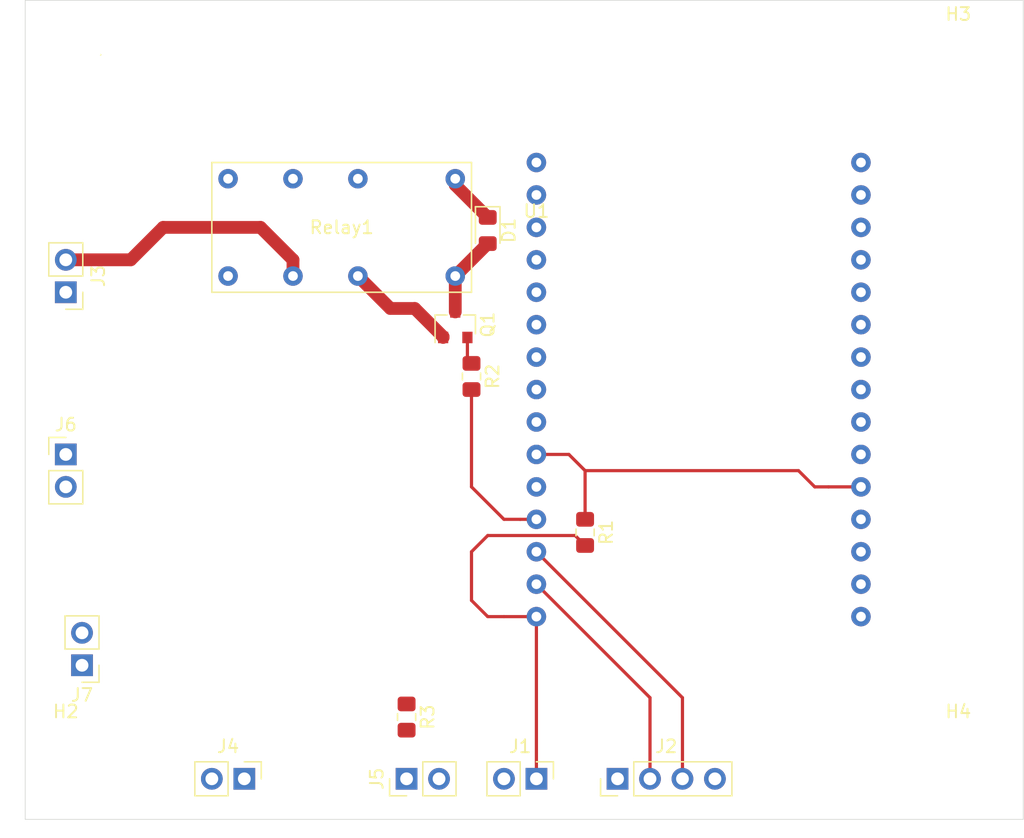
<source format=kicad_pcb>
(kicad_pcb (version 20171130) (host pcbnew 5.1.5-52549c5~84~ubuntu18.04.1)

  (general
    (thickness 1.6)
    (drawings 4)
    (tracks 38)
    (zones 0)
    (modules 18)
    (nets 33)
  )

  (page A4)
  (layers
    (0 F.Cu signal)
    (31 B.Cu signal)
    (32 B.Adhes user)
    (33 F.Adhes user)
    (34 B.Paste user)
    (35 F.Paste user)
    (36 B.SilkS user)
    (37 F.SilkS user)
    (38 B.Mask user)
    (39 F.Mask user)
    (40 Dwgs.User user)
    (41 Cmts.User user)
    (42 Eco1.User user)
    (43 Eco2.User user)
    (44 Edge.Cuts user)
    (45 Margin user)
    (46 B.CrtYd user)
    (47 F.CrtYd user)
    (48 B.Fab user)
    (49 F.Fab user)
  )

  (setup
    (last_trace_width 0.25)
    (user_trace_width 1)
    (trace_clearance 0.2)
    (zone_clearance 0.508)
    (zone_45_only no)
    (trace_min 0.2)
    (via_size 0.8)
    (via_drill 0.4)
    (via_min_size 0.4)
    (via_min_drill 0.3)
    (uvia_size 0.3)
    (uvia_drill 0.1)
    (uvias_allowed no)
    (uvia_min_size 0.2)
    (uvia_min_drill 0.1)
    (edge_width 0.05)
    (segment_width 0.2)
    (pcb_text_width 0.3)
    (pcb_text_size 1.5 1.5)
    (mod_edge_width 0.12)
    (mod_text_size 1 1)
    (mod_text_width 0.15)
    (pad_size 1.524 1.524)
    (pad_drill 0.762)
    (pad_to_mask_clearance 0.051)
    (solder_mask_min_width 0.25)
    (aux_axis_origin 0 0)
    (visible_elements FFFFFF7F)
    (pcbplotparams
      (layerselection 0x010fc_ffffffff)
      (usegerberextensions false)
      (usegerberattributes false)
      (usegerberadvancedattributes false)
      (creategerberjobfile false)
      (excludeedgelayer true)
      (linewidth 0.100000)
      (plotframeref false)
      (viasonmask false)
      (mode 1)
      (useauxorigin false)
      (hpglpennumber 1)
      (hpglpenspeed 20)
      (hpglpendiameter 15.000000)
      (psnegative false)
      (psa4output false)
      (plotreference true)
      (plotvalue true)
      (plotinvisibletext false)
      (padsonsilk false)
      (subtractmaskfromsilk false)
      (outputformat 1)
      (mirror false)
      (drillshape 1)
      (scaleselection 1)
      (outputdirectory ""))
  )

  (net 0 "")
  (net 1 +24V)
  (net 2 GND)
  (net 3 +12V)
  (net 4 "Net-(D1-Pad2)")
  (net 5 /BYPASS)
  (net 6 /D0)
  (net 7 /D1)
  (net 8 "Net-(J3-Pad2)")
  (net 9 "Net-(Q1-Pad2)")
  (net 10 +3V3)
  (net 11 /OPEN)
  (net 12 "Net-(Relay1-Pad4)")
  (net 13 "Net-(Relay1-Pad6)")
  (net 14 "Net-(Relay1-Pad7)")
  (net 15 "Net-(Relay1-Pad8)")
  (net 16 "Net-(U1-Pad3)")
  (net 17 "Net-(U1-Pad4)")
  (net 18 "Net-(U1-Pad5)")
  (net 19 "Net-(U1-Pad6)")
  (net 20 "Net-(U1-Pad7)")
  (net 21 "Net-(U1-Pad8)")
  (net 22 "Net-(U1-Pad16)")
  (net 23 "Net-(U1-Pad19)")
  (net 24 "Net-(U1-Pad20)")
  (net 25 "Net-(U1-Pad21)")
  (net 26 "Net-(U1-Pad22)")
  (net 27 "Net-(U1-Pad23)")
  (net 28 "Net-(U1-Pad24)")
  (net 29 "Net-(U1-Pad27)")
  (net 30 "Net-(U1-Pad28)")
  (net 31 /DOOR_SENSE)
  (net 32 +5V)

  (net_class Default "This is the default net class."
    (clearance 0.2)
    (trace_width 0.25)
    (via_dia 0.8)
    (via_drill 0.4)
    (uvia_dia 0.3)
    (uvia_drill 0.1)
    (add_net +12V)
    (add_net +24V)
    (add_net +3V3)
    (add_net +5V)
    (add_net /BYPASS)
    (add_net /D0)
    (add_net /D1)
    (add_net /DOOR_SENSE)
    (add_net /OPEN)
    (add_net GND)
    (add_net "Net-(D1-Pad2)")
    (add_net "Net-(J3-Pad2)")
    (add_net "Net-(Q1-Pad2)")
    (add_net "Net-(Relay1-Pad4)")
    (add_net "Net-(Relay1-Pad6)")
    (add_net "Net-(Relay1-Pad7)")
    (add_net "Net-(Relay1-Pad8)")
    (add_net "Net-(U1-Pad16)")
    (add_net "Net-(U1-Pad19)")
    (add_net "Net-(U1-Pad20)")
    (add_net "Net-(U1-Pad21)")
    (add_net "Net-(U1-Pad22)")
    (add_net "Net-(U1-Pad23)")
    (add_net "Net-(U1-Pad24)")
    (add_net "Net-(U1-Pad27)")
    (add_net "Net-(U1-Pad28)")
    (add_net "Net-(U1-Pad3)")
    (add_net "Net-(U1-Pad4)")
    (add_net "Net-(U1-Pad5)")
    (add_net "Net-(U1-Pad6)")
    (add_net "Net-(U1-Pad7)")
    (add_net "Net-(U1-Pad8)")
  )

  (module Diode_SMD:D_0805_2012Metric_Pad1.15x1.40mm_HandSolder (layer F.Cu) (tedit 5B4B45C8) (tstamp 5DAFC3F6)
    (at 160.02 108.195 270)
    (descr "Diode SMD 0805 (2012 Metric), square (rectangular) end terminal, IPC_7351 nominal, (Body size source: https://docs.google.com/spreadsheets/d/1BsfQQcO9C6DZCsRaXUlFlo91Tg2WpOkGARC1WS5S8t0/edit?usp=sharing), generated with kicad-footprint-generator")
    (tags "diode handsolder")
    (path /5DB023C7)
    (attr smd)
    (fp_text reference D1 (at 0 -1.65 90) (layer F.SilkS)
      (effects (font (size 1 1) (thickness 0.15)))
    )
    (fp_text value 1N4148 (at 0 1.65 90) (layer F.Fab)
      (effects (font (size 1 1) (thickness 0.15)))
    )
    (fp_line (start 1 -0.6) (end -0.7 -0.6) (layer F.Fab) (width 0.1))
    (fp_line (start -0.7 -0.6) (end -1 -0.3) (layer F.Fab) (width 0.1))
    (fp_line (start -1 -0.3) (end -1 0.6) (layer F.Fab) (width 0.1))
    (fp_line (start -1 0.6) (end 1 0.6) (layer F.Fab) (width 0.1))
    (fp_line (start 1 0.6) (end 1 -0.6) (layer F.Fab) (width 0.1))
    (fp_line (start 1 -0.96) (end -1.86 -0.96) (layer F.SilkS) (width 0.12))
    (fp_line (start -1.86 -0.96) (end -1.86 0.96) (layer F.SilkS) (width 0.12))
    (fp_line (start -1.86 0.96) (end 1 0.96) (layer F.SilkS) (width 0.12))
    (fp_line (start -1.85 0.95) (end -1.85 -0.95) (layer F.CrtYd) (width 0.05))
    (fp_line (start -1.85 -0.95) (end 1.85 -0.95) (layer F.CrtYd) (width 0.05))
    (fp_line (start 1.85 -0.95) (end 1.85 0.95) (layer F.CrtYd) (width 0.05))
    (fp_line (start 1.85 0.95) (end -1.85 0.95) (layer F.CrtYd) (width 0.05))
    (fp_text user %R (at 0 0 90) (layer F.Fab)
      (effects (font (size 0.5 0.5) (thickness 0.08)))
    )
    (pad 1 smd roundrect (at -1.025 0 270) (size 1.15 1.4) (layers F.Cu F.Paste F.Mask) (roundrect_rratio 0.217391)
      (net 3 +12V))
    (pad 2 smd roundrect (at 1.025 0 270) (size 1.15 1.4) (layers F.Cu F.Paste F.Mask) (roundrect_rratio 0.217391)
      (net 4 "Net-(D1-Pad2)"))
    (model ${KISYS3DMOD}/Diode_SMD.3dshapes/D_0805_2012Metric.wrl
      (at (xyz 0 0 0))
      (scale (xyz 1 1 1))
      (rotate (xyz 0 0 0))
    )
  )

  (module Connector_PinHeader_2.54mm:PinHeader_1x02_P2.54mm_Vertical (layer F.Cu) (tedit 59FED5CC) (tstamp 5DAFC40C)
    (at 163.83 151.13 270)
    (descr "Through hole straight pin header, 1x02, 2.54mm pitch, single row")
    (tags "Through hole pin header THT 1x02 2.54mm single row")
    (path /5DAFEC9B)
    (fp_text reference J1 (at -2.54 1.27 180) (layer F.SilkS)
      (effects (font (size 1 1) (thickness 0.15)))
    )
    (fp_text value Conn_01x02 (at 0 4.87 90) (layer F.Fab)
      (effects (font (size 1 1) (thickness 0.15)))
    )
    (fp_line (start -0.635 -1.27) (end 1.27 -1.27) (layer F.Fab) (width 0.1))
    (fp_line (start 1.27 -1.27) (end 1.27 3.81) (layer F.Fab) (width 0.1))
    (fp_line (start 1.27 3.81) (end -1.27 3.81) (layer F.Fab) (width 0.1))
    (fp_line (start -1.27 3.81) (end -1.27 -0.635) (layer F.Fab) (width 0.1))
    (fp_line (start -1.27 -0.635) (end -0.635 -1.27) (layer F.Fab) (width 0.1))
    (fp_line (start -1.33 3.87) (end 1.33 3.87) (layer F.SilkS) (width 0.12))
    (fp_line (start -1.33 1.27) (end -1.33 3.87) (layer F.SilkS) (width 0.12))
    (fp_line (start 1.33 1.27) (end 1.33 3.87) (layer F.SilkS) (width 0.12))
    (fp_line (start -1.33 1.27) (end 1.33 1.27) (layer F.SilkS) (width 0.12))
    (fp_line (start -1.33 0) (end -1.33 -1.33) (layer F.SilkS) (width 0.12))
    (fp_line (start -1.33 -1.33) (end 0 -1.33) (layer F.SilkS) (width 0.12))
    (fp_line (start -1.8 -1.8) (end -1.8 4.35) (layer F.CrtYd) (width 0.05))
    (fp_line (start -1.8 4.35) (end 1.8 4.35) (layer F.CrtYd) (width 0.05))
    (fp_line (start 1.8 4.35) (end 1.8 -1.8) (layer F.CrtYd) (width 0.05))
    (fp_line (start 1.8 -1.8) (end -1.8 -1.8) (layer F.CrtYd) (width 0.05))
    (fp_text user %R (at 0 1.27) (layer F.Fab)
      (effects (font (size 1 1) (thickness 0.15)))
    )
    (pad 1 thru_hole rect (at 0 0 270) (size 1.7 1.7) (drill 1) (layers *.Cu *.Mask)
      (net 5 /BYPASS))
    (pad 2 thru_hole oval (at 0 2.54 270) (size 1.7 1.7) (drill 1) (layers *.Cu *.Mask)
      (net 2 GND))
    (model ${KISYS3DMOD}/Connector_PinHeader_2.54mm.3dshapes/PinHeader_1x02_P2.54mm_Vertical.wrl
      (at (xyz 0 0 0))
      (scale (xyz 1 1 1))
      (rotate (xyz 0 0 0))
    )
  )

  (module Connector_PinHeader_2.54mm:PinHeader_1x04_P2.54mm_Vertical (layer F.Cu) (tedit 59FED5CC) (tstamp 5DAFC424)
    (at 170.18 151.13 90)
    (descr "Through hole straight pin header, 1x04, 2.54mm pitch, single row")
    (tags "Through hole pin header THT 1x04 2.54mm single row")
    (path /5DB03BF1)
    (fp_text reference J2 (at 2.54 3.81 180) (layer F.SilkS)
      (effects (font (size 1 1) (thickness 0.15)))
    )
    (fp_text value Conn_01x04 (at 0 9.95 90) (layer F.Fab)
      (effects (font (size 1 1) (thickness 0.15)))
    )
    (fp_line (start -0.635 -1.27) (end 1.27 -1.27) (layer F.Fab) (width 0.1))
    (fp_line (start 1.27 -1.27) (end 1.27 8.89) (layer F.Fab) (width 0.1))
    (fp_line (start 1.27 8.89) (end -1.27 8.89) (layer F.Fab) (width 0.1))
    (fp_line (start -1.27 8.89) (end -1.27 -0.635) (layer F.Fab) (width 0.1))
    (fp_line (start -1.27 -0.635) (end -0.635 -1.27) (layer F.Fab) (width 0.1))
    (fp_line (start -1.33 8.95) (end 1.33 8.95) (layer F.SilkS) (width 0.12))
    (fp_line (start -1.33 1.27) (end -1.33 8.95) (layer F.SilkS) (width 0.12))
    (fp_line (start 1.33 1.27) (end 1.33 8.95) (layer F.SilkS) (width 0.12))
    (fp_line (start -1.33 1.27) (end 1.33 1.27) (layer F.SilkS) (width 0.12))
    (fp_line (start -1.33 0) (end -1.33 -1.33) (layer F.SilkS) (width 0.12))
    (fp_line (start -1.33 -1.33) (end 0 -1.33) (layer F.SilkS) (width 0.12))
    (fp_line (start -1.8 -1.8) (end -1.8 9.4) (layer F.CrtYd) (width 0.05))
    (fp_line (start -1.8 9.4) (end 1.8 9.4) (layer F.CrtYd) (width 0.05))
    (fp_line (start 1.8 9.4) (end 1.8 -1.8) (layer F.CrtYd) (width 0.05))
    (fp_line (start 1.8 -1.8) (end -1.8 -1.8) (layer F.CrtYd) (width 0.05))
    (fp_text user %R (at 0 3.81) (layer F.Fab)
      (effects (font (size 1 1) (thickness 0.15)))
    )
    (pad 1 thru_hole rect (at 0 0 90) (size 1.7 1.7) (drill 1) (layers *.Cu *.Mask)
      (net 3 +12V))
    (pad 2 thru_hole oval (at 0 2.54 90) (size 1.7 1.7) (drill 1) (layers *.Cu *.Mask)
      (net 6 /D0))
    (pad 3 thru_hole oval (at 0 5.08 90) (size 1.7 1.7) (drill 1) (layers *.Cu *.Mask)
      (net 7 /D1))
    (pad 4 thru_hole oval (at 0 7.62 90) (size 1.7 1.7) (drill 1) (layers *.Cu *.Mask)
      (net 2 GND))
    (model ${KISYS3DMOD}/Connector_PinHeader_2.54mm.3dshapes/PinHeader_1x04_P2.54mm_Vertical.wrl
      (at (xyz 0 0 0))
      (scale (xyz 1 1 1))
      (rotate (xyz 0 0 0))
    )
  )

  (module Connector_PinHeader_2.54mm:PinHeader_1x02_P2.54mm_Vertical (layer F.Cu) (tedit 59FED5CC) (tstamp 5DAFC43A)
    (at 127 113.03 180)
    (descr "Through hole straight pin header, 1x02, 2.54mm pitch, single row")
    (tags "Through hole pin header THT 1x02 2.54mm single row")
    (path /5DB11721)
    (fp_text reference J3 (at -2.54 1.27 270) (layer F.SilkS)
      (effects (font (size 1 1) (thickness 0.15)))
    )
    (fp_text value Conn_01x02 (at 0 4.87) (layer F.Fab)
      (effects (font (size 1 1) (thickness 0.15)))
    )
    (fp_text user %R (at 0 1.27 90) (layer F.Fab)
      (effects (font (size 1 1) (thickness 0.15)))
    )
    (fp_line (start 1.8 -1.8) (end -1.8 -1.8) (layer F.CrtYd) (width 0.05))
    (fp_line (start 1.8 4.35) (end 1.8 -1.8) (layer F.CrtYd) (width 0.05))
    (fp_line (start -1.8 4.35) (end 1.8 4.35) (layer F.CrtYd) (width 0.05))
    (fp_line (start -1.8 -1.8) (end -1.8 4.35) (layer F.CrtYd) (width 0.05))
    (fp_line (start -1.33 -1.33) (end 0 -1.33) (layer F.SilkS) (width 0.12))
    (fp_line (start -1.33 0) (end -1.33 -1.33) (layer F.SilkS) (width 0.12))
    (fp_line (start -1.33 1.27) (end 1.33 1.27) (layer F.SilkS) (width 0.12))
    (fp_line (start 1.33 1.27) (end 1.33 3.87) (layer F.SilkS) (width 0.12))
    (fp_line (start -1.33 1.27) (end -1.33 3.87) (layer F.SilkS) (width 0.12))
    (fp_line (start -1.33 3.87) (end 1.33 3.87) (layer F.SilkS) (width 0.12))
    (fp_line (start -1.27 -0.635) (end -0.635 -1.27) (layer F.Fab) (width 0.1))
    (fp_line (start -1.27 3.81) (end -1.27 -0.635) (layer F.Fab) (width 0.1))
    (fp_line (start 1.27 3.81) (end -1.27 3.81) (layer F.Fab) (width 0.1))
    (fp_line (start 1.27 -1.27) (end 1.27 3.81) (layer F.Fab) (width 0.1))
    (fp_line (start -0.635 -1.27) (end 1.27 -1.27) (layer F.Fab) (width 0.1))
    (pad 2 thru_hole oval (at 0 2.54 180) (size 1.7 1.7) (drill 1) (layers *.Cu *.Mask)
      (net 8 "Net-(J3-Pad2)"))
    (pad 1 thru_hole rect (at 0 0 180) (size 1.7 1.7) (drill 1) (layers *.Cu *.Mask)
      (net 1 +24V))
    (model ${KISYS3DMOD}/Connector_PinHeader_2.54mm.3dshapes/PinHeader_1x02_P2.54mm_Vertical.wrl
      (at (xyz 0 0 0))
      (scale (xyz 1 1 1))
      (rotate (xyz 0 0 0))
    )
  )

  (module Connector_PinHeader_2.54mm:PinHeader_1x02_P2.54mm_Vertical (layer F.Cu) (tedit 59FED5CC) (tstamp 5DAFC8FF)
    (at 140.97 151.13 270)
    (descr "Through hole straight pin header, 1x02, 2.54mm pitch, single row")
    (tags "Through hole pin header THT 1x02 2.54mm single row")
    (path /5DACEEA0/5DB3B928)
    (fp_text reference J4 (at -2.54 1.27 180) (layer F.SilkS)
      (effects (font (size 1 1) (thickness 0.15)))
    )
    (fp_text value Conn_01x02 (at 0 4.87 90) (layer F.Fab)
      (effects (font (size 1 1) (thickness 0.15)))
    )
    (fp_line (start -0.635 -1.27) (end 1.27 -1.27) (layer F.Fab) (width 0.1))
    (fp_line (start 1.27 -1.27) (end 1.27 3.81) (layer F.Fab) (width 0.1))
    (fp_line (start 1.27 3.81) (end -1.27 3.81) (layer F.Fab) (width 0.1))
    (fp_line (start -1.27 3.81) (end -1.27 -0.635) (layer F.Fab) (width 0.1))
    (fp_line (start -1.27 -0.635) (end -0.635 -1.27) (layer F.Fab) (width 0.1))
    (fp_line (start -1.33 3.87) (end 1.33 3.87) (layer F.SilkS) (width 0.12))
    (fp_line (start -1.33 1.27) (end -1.33 3.87) (layer F.SilkS) (width 0.12))
    (fp_line (start 1.33 1.27) (end 1.33 3.87) (layer F.SilkS) (width 0.12))
    (fp_line (start -1.33 1.27) (end 1.33 1.27) (layer F.SilkS) (width 0.12))
    (fp_line (start -1.33 0) (end -1.33 -1.33) (layer F.SilkS) (width 0.12))
    (fp_line (start -1.33 -1.33) (end 0 -1.33) (layer F.SilkS) (width 0.12))
    (fp_line (start -1.8 -1.8) (end -1.8 4.35) (layer F.CrtYd) (width 0.05))
    (fp_line (start -1.8 4.35) (end 1.8 4.35) (layer F.CrtYd) (width 0.05))
    (fp_line (start 1.8 4.35) (end 1.8 -1.8) (layer F.CrtYd) (width 0.05))
    (fp_line (start 1.8 -1.8) (end -1.8 -1.8) (layer F.CrtYd) (width 0.05))
    (fp_text user %R (at 0 1.27) (layer F.Fab)
      (effects (font (size 1 1) (thickness 0.15)))
    )
    (pad 1 thru_hole rect (at 0 0 270) (size 1.7 1.7) (drill 1) (layers *.Cu *.Mask)
      (net 2 GND))
    (pad 2 thru_hole oval (at 0 2.54 270) (size 1.7 1.7) (drill 1) (layers *.Cu *.Mask)
      (net 1 +24V))
    (model ${KISYS3DMOD}/Connector_PinHeader_2.54mm.3dshapes/PinHeader_1x02_P2.54mm_Vertical.wrl
      (at (xyz 0 0 0))
      (scale (xyz 1 1 1))
      (rotate (xyz 0 0 0))
    )
  )

  (module Resistor_SMD:R_0805_2012Metric_Pad1.15x1.40mm_HandSolder (layer F.Cu) (tedit 5B36C52B) (tstamp 5DAFD230)
    (at 167.64 131.835 270)
    (descr "Resistor SMD 0805 (2012 Metric), square (rectangular) end terminal, IPC_7351 nominal with elongated pad for handsoldering. (Body size source: https://docs.google.com/spreadsheets/d/1BsfQQcO9C6DZCsRaXUlFlo91Tg2WpOkGARC1WS5S8t0/edit?usp=sharing), generated with kicad-footprint-generator")
    (tags "resistor handsolder")
    (path /5DB00ACD)
    (attr smd)
    (fp_text reference R1 (at 0 -1.65 90) (layer F.SilkS)
      (effects (font (size 1 1) (thickness 0.15)))
    )
    (fp_text value 10k (at 0 1.65 90) (layer F.Fab)
      (effects (font (size 1 1) (thickness 0.15)))
    )
    (fp_line (start -1 0.6) (end -1 -0.6) (layer F.Fab) (width 0.1))
    (fp_line (start -1 -0.6) (end 1 -0.6) (layer F.Fab) (width 0.1))
    (fp_line (start 1 -0.6) (end 1 0.6) (layer F.Fab) (width 0.1))
    (fp_line (start 1 0.6) (end -1 0.6) (layer F.Fab) (width 0.1))
    (fp_line (start -0.261252 -0.71) (end 0.261252 -0.71) (layer F.SilkS) (width 0.12))
    (fp_line (start -0.261252 0.71) (end 0.261252 0.71) (layer F.SilkS) (width 0.12))
    (fp_line (start -1.85 0.95) (end -1.85 -0.95) (layer F.CrtYd) (width 0.05))
    (fp_line (start -1.85 -0.95) (end 1.85 -0.95) (layer F.CrtYd) (width 0.05))
    (fp_line (start 1.85 -0.95) (end 1.85 0.95) (layer F.CrtYd) (width 0.05))
    (fp_line (start 1.85 0.95) (end -1.85 0.95) (layer F.CrtYd) (width 0.05))
    (fp_text user %R (at 0 0 90) (layer F.Fab)
      (effects (font (size 0.5 0.5) (thickness 0.08)))
    )
    (pad 1 smd roundrect (at -1.025 0 270) (size 1.15 1.4) (layers F.Cu F.Paste F.Mask) (roundrect_rratio 0.217391)
      (net 10 +3V3))
    (pad 2 smd roundrect (at 1.025 0 270) (size 1.15 1.4) (layers F.Cu F.Paste F.Mask) (roundrect_rratio 0.217391)
      (net 5 /BYPASS))
    (model ${KISYS3DMOD}/Resistor_SMD.3dshapes/R_0805_2012Metric.wrl
      (at (xyz 0 0 0))
      (scale (xyz 1 1 1))
      (rotate (xyz 0 0 0))
    )
  )

  (module Resistor_SMD:R_0805_2012Metric_Pad1.15x1.40mm_HandSolder (layer F.Cu) (tedit 5B36C52B) (tstamp 5DAFC484)
    (at 158.75 119.625 270)
    (descr "Resistor SMD 0805 (2012 Metric), square (rectangular) end terminal, IPC_7351 nominal with elongated pad for handsoldering. (Body size source: https://docs.google.com/spreadsheets/d/1BsfQQcO9C6DZCsRaXUlFlo91Tg2WpOkGARC1WS5S8t0/edit?usp=sharing), generated with kicad-footprint-generator")
    (tags "resistor handsolder")
    (path /5DB13C92)
    (attr smd)
    (fp_text reference R2 (at 0 -1.65 90) (layer F.SilkS)
      (effects (font (size 1 1) (thickness 0.15)))
    )
    (fp_text value 1k (at 0 1.65 90) (layer F.Fab)
      (effects (font (size 1 1) (thickness 0.15)))
    )
    (fp_text user %R (at 0 0 90) (layer F.Fab)
      (effects (font (size 0.5 0.5) (thickness 0.08)))
    )
    (fp_line (start 1.85 0.95) (end -1.85 0.95) (layer F.CrtYd) (width 0.05))
    (fp_line (start 1.85 -0.95) (end 1.85 0.95) (layer F.CrtYd) (width 0.05))
    (fp_line (start -1.85 -0.95) (end 1.85 -0.95) (layer F.CrtYd) (width 0.05))
    (fp_line (start -1.85 0.95) (end -1.85 -0.95) (layer F.CrtYd) (width 0.05))
    (fp_line (start -0.261252 0.71) (end 0.261252 0.71) (layer F.SilkS) (width 0.12))
    (fp_line (start -0.261252 -0.71) (end 0.261252 -0.71) (layer F.SilkS) (width 0.12))
    (fp_line (start 1 0.6) (end -1 0.6) (layer F.Fab) (width 0.1))
    (fp_line (start 1 -0.6) (end 1 0.6) (layer F.Fab) (width 0.1))
    (fp_line (start -1 -0.6) (end 1 -0.6) (layer F.Fab) (width 0.1))
    (fp_line (start -1 0.6) (end -1 -0.6) (layer F.Fab) (width 0.1))
    (pad 2 smd roundrect (at 1.025 0 270) (size 1.15 1.4) (layers F.Cu F.Paste F.Mask) (roundrect_rratio 0.217391)
      (net 11 /OPEN))
    (pad 1 smd roundrect (at -1.025 0 270) (size 1.15 1.4) (layers F.Cu F.Paste F.Mask) (roundrect_rratio 0.217391)
      (net 9 "Net-(Q1-Pad2)"))
    (model ${KISYS3DMOD}/Resistor_SMD.3dshapes/R_0805_2012Metric.wrl
      (at (xyz 0 0 0))
      (scale (xyz 1 1 1))
      (rotate (xyz 0 0 0))
    )
  )

  (module cagelock:DS2E-S-DC5V (layer F.Cu) (tedit 5DAF63E6) (tstamp 5DAFD527)
    (at 157.48 104.14 180)
    (path /5DB0B91D)
    (fp_text reference Relay1 (at 8.89 -3.81) (layer F.SilkS)
      (effects (font (size 1 1) (thickness 0.15)))
    )
    (fp_text value Relay_SPDT (at 0 -0.5) (layer F.Fab)
      (effects (font (size 1 1) (thickness 0.15)))
    )
    (fp_line (start -1.27 -8.89) (end 19.05 -8.89) (layer F.SilkS) (width 0.12))
    (fp_line (start 19.05 -8.89) (end 19.05 1.27) (layer F.SilkS) (width 0.12))
    (fp_line (start 19.05 1.27) (end -1.27 1.27) (layer F.SilkS) (width 0.12))
    (fp_line (start -1.27 1.27) (end -1.27 -8.89) (layer F.SilkS) (width 0.12))
    (pad 1 thru_hole circle (at 0 0 180) (size 1.524 1.524) (drill 0.762) (layers *.Cu *.Mask)
      (net 3 +12V))
    (pad 2 thru_hole circle (at 0 -7.62 180) (size 1.524 1.524) (drill 0.762) (layers *.Cu *.Mask)
      (net 4 "Net-(D1-Pad2)"))
    (pad 3 thru_hole circle (at 12.7 -7.62 180) (size 1.524 1.524) (drill 0.762) (layers *.Cu *.Mask)
      (net 8 "Net-(J3-Pad2)"))
    (pad 4 thru_hole circle (at 17.78 -7.62 180) (size 1.524 1.524) (drill 0.762) (layers *.Cu *.Mask)
      (net 12 "Net-(Relay1-Pad4)"))
    (pad 5 thru_hole circle (at 7.62 -7.62 180) (size 1.524 1.524) (drill 0.762) (layers *.Cu *.Mask)
      (net 2 GND))
    (pad 6 thru_hole circle (at 12.7 0 180) (size 1.524 1.524) (drill 0.762) (layers *.Cu *.Mask)
      (net 13 "Net-(Relay1-Pad6)"))
    (pad 7 thru_hole circle (at 17.78 0 180) (size 1.524 1.524) (drill 0.762) (layers *.Cu *.Mask)
      (net 14 "Net-(Relay1-Pad7)"))
    (pad 8 thru_hole circle (at 7.62 0 180) (size 1.524 1.524) (drill 0.762) (layers *.Cu *.Mask)
      (net 15 "Net-(Relay1-Pad8)"))
  )

  (module Package_TO_SOT_SMD:SOT-23 (layer F.Cu) (tedit 5A02FF57) (tstamp 5DAFCA4A)
    (at 157.48 115.57 90)
    (descr "SOT-23, Standard")
    (tags SOT-23)
    (path /5DACE875)
    (attr smd)
    (fp_text reference Q1 (at 0 2.54 90) (layer F.SilkS)
      (effects (font (size 1 1) (thickness 0.15)))
    )
    (fp_text value 2N3904 (at 0 2.5 90) (layer F.Fab)
      (effects (font (size 1 1) (thickness 0.15)))
    )
    (fp_text user %R (at 0 0) (layer F.Fab)
      (effects (font (size 0.5 0.5) (thickness 0.075)))
    )
    (fp_line (start -0.7 -0.95) (end -0.7 1.5) (layer F.Fab) (width 0.1))
    (fp_line (start -0.15 -1.52) (end 0.7 -1.52) (layer F.Fab) (width 0.1))
    (fp_line (start -0.7 -0.95) (end -0.15 -1.52) (layer F.Fab) (width 0.1))
    (fp_line (start 0.7 -1.52) (end 0.7 1.52) (layer F.Fab) (width 0.1))
    (fp_line (start -0.7 1.52) (end 0.7 1.52) (layer F.Fab) (width 0.1))
    (fp_line (start 0.76 1.58) (end 0.76 0.65) (layer F.SilkS) (width 0.12))
    (fp_line (start 0.76 -1.58) (end 0.76 -0.65) (layer F.SilkS) (width 0.12))
    (fp_line (start -1.7 -1.75) (end 1.7 -1.75) (layer F.CrtYd) (width 0.05))
    (fp_line (start 1.7 -1.75) (end 1.7 1.75) (layer F.CrtYd) (width 0.05))
    (fp_line (start 1.7 1.75) (end -1.7 1.75) (layer F.CrtYd) (width 0.05))
    (fp_line (start -1.7 1.75) (end -1.7 -1.75) (layer F.CrtYd) (width 0.05))
    (fp_line (start 0.76 -1.58) (end -1.4 -1.58) (layer F.SilkS) (width 0.12))
    (fp_line (start 0.76 1.58) (end -0.7 1.58) (layer F.SilkS) (width 0.12))
    (pad 1 smd rect (at -1 -0.95 90) (size 0.9 0.8) (layers F.Cu F.Paste F.Mask)
      (net 2 GND))
    (pad 2 smd rect (at -1 0.95 90) (size 0.9 0.8) (layers F.Cu F.Paste F.Mask)
      (net 9 "Net-(Q1-Pad2)"))
    (pad 3 smd rect (at 1 0 90) (size 0.9 0.8) (layers F.Cu F.Paste F.Mask)
      (net 4 "Net-(D1-Pad2)"))
    (model ${KISYS3DMOD}/Package_TO_SOT_SMD.3dshapes/SOT-23.wrl
      (at (xyz 0 0 0))
      (scale (xyz 1 1 1))
      (rotate (xyz 0 0 0))
    )
  )

  (module MountingHole:MountingHole_3mm (layer F.Cu) (tedit 56D1B4CB) (tstamp 5DAFCFEC)
    (at 128.27 93.98)
    (descr "Mounting Hole 3mm, no annular")
    (tags "mounting hole 3mm no annular")
    (path /5DB4CF08)
    (attr virtual)
    (fp_text reference H1 (at 0.635 0) (layer F.SilkS)
      (effects (font (size 1 1) (thickness 0.15)))
    )
    (fp_text value MountingHole (at 0 4) (layer F.Fab)
      (effects (font (size 1 1) (thickness 0.15)))
    )
    (fp_text user %R (at 0.3 0) (layer F.Fab)
      (effects (font (size 1 1) (thickness 0.15)))
    )
    (fp_circle (center 0 0) (end 3 0) (layer Cmts.User) (width 0.15))
    (fp_circle (center 0 0) (end 3.25 0) (layer F.CrtYd) (width 0.05))
    (pad 1 np_thru_hole circle (at 0 0) (size 3 3) (drill 3) (layers *.Cu *.Mask))
  )

  (module MountingHole:MountingHole_3mm (layer F.Cu) (tedit 56D1B4CB) (tstamp 5DAFCEFA)
    (at 127 149.86)
    (descr "Mounting Hole 3mm, no annular")
    (tags "mounting hole 3mm no annular")
    (path /5DB4D530)
    (attr virtual)
    (fp_text reference H2 (at 0 -4) (layer F.SilkS)
      (effects (font (size 1 1) (thickness 0.15)))
    )
    (fp_text value MountingHole (at 0 4) (layer F.Fab)
      (effects (font (size 1 1) (thickness 0.15)))
    )
    (fp_circle (center 0 0) (end 3.25 0) (layer F.CrtYd) (width 0.05))
    (fp_circle (center 0 0) (end 3 0) (layer Cmts.User) (width 0.15))
    (fp_text user %R (at 0.3 0) (layer F.Fab)
      (effects (font (size 1 1) (thickness 0.15)))
    )
    (pad 1 np_thru_hole circle (at 0 0) (size 3 3) (drill 3) (layers *.Cu *.Mask))
  )

  (module MountingHole:MountingHole_3mm (layer F.Cu) (tedit 56D1B4CB) (tstamp 5DAFCF02)
    (at 196.85 95.25)
    (descr "Mounting Hole 3mm, no annular")
    (tags "mounting hole 3mm no annular")
    (path /5DB4D296)
    (attr virtual)
    (fp_text reference H3 (at 0 -4) (layer F.SilkS)
      (effects (font (size 1 1) (thickness 0.15)))
    )
    (fp_text value MountingHole (at 0 4) (layer F.Fab)
      (effects (font (size 1 1) (thickness 0.15)))
    )
    (fp_circle (center 0 0) (end 3.25 0) (layer F.CrtYd) (width 0.05))
    (fp_circle (center 0 0) (end 3 0) (layer Cmts.User) (width 0.15))
    (fp_text user %R (at 0.3 0) (layer F.Fab)
      (effects (font (size 1 1) (thickness 0.15)))
    )
    (pad 1 np_thru_hole circle (at 0 0) (size 3 3) (drill 3) (layers *.Cu *.Mask))
  )

  (module MountingHole:MountingHole_3mm (layer F.Cu) (tedit 56D1B4CB) (tstamp 5DAFCF0A)
    (at 196.85 149.86)
    (descr "Mounting Hole 3mm, no annular")
    (tags "mounting hole 3mm no annular")
    (path /5DB4D3D3)
    (attr virtual)
    (fp_text reference H4 (at 0 -4) (layer F.SilkS)
      (effects (font (size 1 1) (thickness 0.15)))
    )
    (fp_text value MountingHole (at 0 4) (layer F.Fab)
      (effects (font (size 1 1) (thickness 0.15)))
    )
    (fp_text user %R (at 0.3 0) (layer F.Fab)
      (effects (font (size 1 1) (thickness 0.15)))
    )
    (fp_circle (center 0 0) (end 3 0) (layer Cmts.User) (width 0.15))
    (fp_circle (center 0 0) (end 3.25 0) (layer F.CrtYd) (width 0.05))
    (pad 1 np_thru_hole circle (at 0 0) (size 3 3) (drill 3) (layers *.Cu *.Mask))
  )

  (module cagelock:NodeMCU_v2 (layer F.Cu) (tedit 5DB0C36C) (tstamp 5DB0C76B)
    (at 163.83 102.87)
    (path /5DACEDA5/5DAF5E45)
    (fp_text reference U1 (at 0 3.81) (layer F.SilkS)
      (effects (font (size 1 1) (thickness 0.15)))
    )
    (fp_text value NodeMCU_v2 (at 0 2.54) (layer F.Fab)
      (effects (font (size 1 1) (thickness 0.15)))
    )
    (pad 1 thru_hole circle (at 0 0) (size 1.524 1.524) (drill 0.762) (layers *.Cu *.Mask)
      (net 10 +3V3))
    (pad 2 thru_hole circle (at 0 2.54) (size 1.524 1.524) (drill 0.762) (layers *.Cu *.Mask)
      (net 2 GND))
    (pad 3 thru_hole circle (at 0 5.08) (size 1.524 1.524) (drill 0.762) (layers *.Cu *.Mask)
      (net 16 "Net-(U1-Pad3)"))
    (pad 4 thru_hole circle (at 0 7.62) (size 1.524 1.524) (drill 0.762) (layers *.Cu *.Mask)
      (net 17 "Net-(U1-Pad4)"))
    (pad 5 thru_hole circle (at 0 10.16) (size 1.524 1.524) (drill 0.762) (layers *.Cu *.Mask)
      (net 18 "Net-(U1-Pad5)"))
    (pad 6 thru_hole circle (at 0 12.7) (size 1.524 1.524) (drill 0.762) (layers *.Cu *.Mask)
      (net 19 "Net-(U1-Pad6)"))
    (pad 7 thru_hole circle (at 0 15.24) (size 1.524 1.524) (drill 0.762) (layers *.Cu *.Mask)
      (net 20 "Net-(U1-Pad7)"))
    (pad 8 thru_hole circle (at 0 17.78) (size 1.524 1.524) (drill 0.762) (layers *.Cu *.Mask)
      (net 21 "Net-(U1-Pad8)"))
    (pad 9 thru_hole circle (at 0 20.32) (size 1.524 1.524) (drill 0.762) (layers *.Cu *.Mask)
      (net 2 GND))
    (pad 10 thru_hole circle (at 0 22.86) (size 1.524 1.524) (drill 0.762) (layers *.Cu *.Mask)
      (net 10 +3V3))
    (pad 11 thru_hole circle (at 0 25.4) (size 1.524 1.524) (drill 0.762) (layers *.Cu *.Mask)
      (net 31 /DOOR_SENSE))
    (pad 12 thru_hole circle (at 0 27.94) (size 1.524 1.524) (drill 0.762) (layers *.Cu *.Mask)
      (net 11 /OPEN))
    (pad 13 thru_hole circle (at 0 30.48) (size 1.524 1.524) (drill 0.762) (layers *.Cu *.Mask)
      (net 7 /D1))
    (pad 14 thru_hole circle (at 0 33.02) (size 1.524 1.524) (drill 0.762) (layers *.Cu *.Mask)
      (net 6 /D0))
    (pad 15 thru_hole circle (at 0 35.56) (size 1.524 1.524) (drill 0.762) (layers *.Cu *.Mask)
      (net 5 /BYPASS))
    (pad 16 thru_hole circle (at 25.4 0) (size 1.524 1.524) (drill 0.762) (layers *.Cu *.Mask)
      (net 22 "Net-(U1-Pad16)"))
    (pad 17 thru_hole circle (at 25.4 2.54) (size 1.524 1.524) (drill 0.762) (layers *.Cu *.Mask))
    (pad 18 thru_hole circle (at 25.4 5.08) (size 1.524 1.524) (drill 0.762) (layers *.Cu *.Mask))
    (pad 19 thru_hole circle (at 25.4 7.62) (size 1.524 1.524) (drill 0.762) (layers *.Cu *.Mask)
      (net 23 "Net-(U1-Pad19)"))
    (pad 20 thru_hole circle (at 25.4 10.16) (size 1.524 1.524) (drill 0.762) (layers *.Cu *.Mask)
      (net 24 "Net-(U1-Pad20)"))
    (pad 21 thru_hole circle (at 25.4 12.7) (size 1.524 1.524) (drill 0.762) (layers *.Cu *.Mask)
      (net 25 "Net-(U1-Pad21)"))
    (pad 22 thru_hole circle (at 25.4 15.24) (size 1.524 1.524) (drill 0.762) (layers *.Cu *.Mask)
      (net 26 "Net-(U1-Pad22)"))
    (pad 23 thru_hole circle (at 25.4 17.78) (size 1.524 1.524) (drill 0.762) (layers *.Cu *.Mask)
      (net 27 "Net-(U1-Pad23)"))
    (pad 24 thru_hole circle (at 25.4 20.32) (size 1.524 1.524) (drill 0.762) (layers *.Cu *.Mask)
      (net 28 "Net-(U1-Pad24)"))
    (pad 25 thru_hole circle (at 25.4 22.86) (size 1.524 1.524) (drill 0.762) (layers *.Cu *.Mask)
      (net 2 GND))
    (pad 26 thru_hole circle (at 25.4 25.4) (size 1.524 1.524) (drill 0.762) (layers *.Cu *.Mask)
      (net 10 +3V3))
    (pad 27 thru_hole circle (at 25.4 27.94) (size 1.524 1.524) (drill 0.762) (layers *.Cu *.Mask)
      (net 29 "Net-(U1-Pad27)"))
    (pad 28 thru_hole circle (at 25.4 30.48) (size 1.524 1.524) (drill 0.762) (layers *.Cu *.Mask)
      (net 30 "Net-(U1-Pad28)"))
    (pad 29 thru_hole circle (at 25.4 33.02) (size 1.524 1.524) (drill 0.762) (layers *.Cu *.Mask)
      (net 2 GND))
    (pad 30 thru_hole circle (at 25.4 35.56) (size 1.524 1.524) (drill 0.762) (layers *.Cu *.Mask)
      (net 3 +12V))
  )

  (module Connector_PinHeader_2.54mm:PinHeader_1x02_P2.54mm_Vertical (layer F.Cu) (tedit 59FED5CC) (tstamp 5E5DDB5E)
    (at 153.67 151.13 90)
    (descr "Through hole straight pin header, 1x02, 2.54mm pitch, single row")
    (tags "Through hole pin header THT 1x02 2.54mm single row")
    (path /5E5DD3D5)
    (fp_text reference J5 (at 0 -2.33 90) (layer F.SilkS)
      (effects (font (size 1 1) (thickness 0.15)))
    )
    (fp_text value Conn_01x02 (at 0 4.87 90) (layer F.Fab)
      (effects (font (size 1 1) (thickness 0.15)))
    )
    (fp_line (start -0.635 -1.27) (end 1.27 -1.27) (layer F.Fab) (width 0.1))
    (fp_line (start 1.27 -1.27) (end 1.27 3.81) (layer F.Fab) (width 0.1))
    (fp_line (start 1.27 3.81) (end -1.27 3.81) (layer F.Fab) (width 0.1))
    (fp_line (start -1.27 3.81) (end -1.27 -0.635) (layer F.Fab) (width 0.1))
    (fp_line (start -1.27 -0.635) (end -0.635 -1.27) (layer F.Fab) (width 0.1))
    (fp_line (start -1.33 3.87) (end 1.33 3.87) (layer F.SilkS) (width 0.12))
    (fp_line (start -1.33 1.27) (end -1.33 3.87) (layer F.SilkS) (width 0.12))
    (fp_line (start 1.33 1.27) (end 1.33 3.87) (layer F.SilkS) (width 0.12))
    (fp_line (start -1.33 1.27) (end 1.33 1.27) (layer F.SilkS) (width 0.12))
    (fp_line (start -1.33 0) (end -1.33 -1.33) (layer F.SilkS) (width 0.12))
    (fp_line (start -1.33 -1.33) (end 0 -1.33) (layer F.SilkS) (width 0.12))
    (fp_line (start -1.8 -1.8) (end -1.8 4.35) (layer F.CrtYd) (width 0.05))
    (fp_line (start -1.8 4.35) (end 1.8 4.35) (layer F.CrtYd) (width 0.05))
    (fp_line (start 1.8 4.35) (end 1.8 -1.8) (layer F.CrtYd) (width 0.05))
    (fp_line (start 1.8 -1.8) (end -1.8 -1.8) (layer F.CrtYd) (width 0.05))
    (fp_text user %R (at 0 1.27) (layer F.Fab)
      (effects (font (size 1 1) (thickness 0.15)))
    )
    (pad 1 thru_hole rect (at 0 0 90) (size 1.7 1.7) (drill 1) (layers *.Cu *.Mask)
      (net 31 /DOOR_SENSE))
    (pad 2 thru_hole oval (at 0 2.54 90) (size 1.7 1.7) (drill 1) (layers *.Cu *.Mask)
      (net 2 GND))
    (model ${KISYS3DMOD}/Connector_PinHeader_2.54mm.3dshapes/PinHeader_1x02_P2.54mm_Vertical.wrl
      (at (xyz 0 0 0))
      (scale (xyz 1 1 1))
      (rotate (xyz 0 0 0))
    )
  )

  (module Connector_PinHeader_2.54mm:PinHeader_1x02_P2.54mm_Vertical (layer F.Cu) (tedit 59FED5CC) (tstamp 5E5DDA57)
    (at 127 125.73)
    (descr "Through hole straight pin header, 1x02, 2.54mm pitch, single row")
    (tags "Through hole pin header THT 1x02 2.54mm single row")
    (path /5DACEEA0/5E5E59D9)
    (fp_text reference J6 (at 0 -2.33) (layer F.SilkS)
      (effects (font (size 1 1) (thickness 0.15)))
    )
    (fp_text value Conn_01x02 (at 0 4.87) (layer F.Fab)
      (effects (font (size 1 1) (thickness 0.15)))
    )
    (fp_text user %R (at 0 1.27 90) (layer F.Fab)
      (effects (font (size 1 1) (thickness 0.15)))
    )
    (fp_line (start 1.8 -1.8) (end -1.8 -1.8) (layer F.CrtYd) (width 0.05))
    (fp_line (start 1.8 4.35) (end 1.8 -1.8) (layer F.CrtYd) (width 0.05))
    (fp_line (start -1.8 4.35) (end 1.8 4.35) (layer F.CrtYd) (width 0.05))
    (fp_line (start -1.8 -1.8) (end -1.8 4.35) (layer F.CrtYd) (width 0.05))
    (fp_line (start -1.33 -1.33) (end 0 -1.33) (layer F.SilkS) (width 0.12))
    (fp_line (start -1.33 0) (end -1.33 -1.33) (layer F.SilkS) (width 0.12))
    (fp_line (start -1.33 1.27) (end 1.33 1.27) (layer F.SilkS) (width 0.12))
    (fp_line (start 1.33 1.27) (end 1.33 3.87) (layer F.SilkS) (width 0.12))
    (fp_line (start -1.33 1.27) (end -1.33 3.87) (layer F.SilkS) (width 0.12))
    (fp_line (start -1.33 3.87) (end 1.33 3.87) (layer F.SilkS) (width 0.12))
    (fp_line (start -1.27 -0.635) (end -0.635 -1.27) (layer F.Fab) (width 0.1))
    (fp_line (start -1.27 3.81) (end -1.27 -0.635) (layer F.Fab) (width 0.1))
    (fp_line (start 1.27 3.81) (end -1.27 3.81) (layer F.Fab) (width 0.1))
    (fp_line (start 1.27 -1.27) (end 1.27 3.81) (layer F.Fab) (width 0.1))
    (fp_line (start -0.635 -1.27) (end 1.27 -1.27) (layer F.Fab) (width 0.1))
    (pad 2 thru_hole oval (at 0 2.54) (size 1.7 1.7) (drill 1) (layers *.Cu *.Mask)
      (net 3 +12V))
    (pad 1 thru_hole rect (at 0 0) (size 1.7 1.7) (drill 1) (layers *.Cu *.Mask)
      (net 2 GND))
    (model ${KISYS3DMOD}/Connector_PinHeader_2.54mm.3dshapes/PinHeader_1x02_P2.54mm_Vertical.wrl
      (at (xyz 0 0 0))
      (scale (xyz 1 1 1))
      (rotate (xyz 0 0 0))
    )
  )

  (module Connector_PinHeader_2.54mm:PinHeader_1x02_P2.54mm_Vertical (layer F.Cu) (tedit 59FED5CC) (tstamp 5E5DDA6D)
    (at 128.27 142.24 180)
    (descr "Through hole straight pin header, 1x02, 2.54mm pitch, single row")
    (tags "Through hole pin header THT 1x02 2.54mm single row")
    (path /5DACEEA0/5E5E6173)
    (fp_text reference J7 (at 0 -2.33) (layer F.SilkS)
      (effects (font (size 1 1) (thickness 0.15)))
    )
    (fp_text value Conn_01x02 (at 0 4.87) (layer F.Fab)
      (effects (font (size 1 1) (thickness 0.15)))
    )
    (fp_line (start -0.635 -1.27) (end 1.27 -1.27) (layer F.Fab) (width 0.1))
    (fp_line (start 1.27 -1.27) (end 1.27 3.81) (layer F.Fab) (width 0.1))
    (fp_line (start 1.27 3.81) (end -1.27 3.81) (layer F.Fab) (width 0.1))
    (fp_line (start -1.27 3.81) (end -1.27 -0.635) (layer F.Fab) (width 0.1))
    (fp_line (start -1.27 -0.635) (end -0.635 -1.27) (layer F.Fab) (width 0.1))
    (fp_line (start -1.33 3.87) (end 1.33 3.87) (layer F.SilkS) (width 0.12))
    (fp_line (start -1.33 1.27) (end -1.33 3.87) (layer F.SilkS) (width 0.12))
    (fp_line (start 1.33 1.27) (end 1.33 3.87) (layer F.SilkS) (width 0.12))
    (fp_line (start -1.33 1.27) (end 1.33 1.27) (layer F.SilkS) (width 0.12))
    (fp_line (start -1.33 0) (end -1.33 -1.33) (layer F.SilkS) (width 0.12))
    (fp_line (start -1.33 -1.33) (end 0 -1.33) (layer F.SilkS) (width 0.12))
    (fp_line (start -1.8 -1.8) (end -1.8 4.35) (layer F.CrtYd) (width 0.05))
    (fp_line (start -1.8 4.35) (end 1.8 4.35) (layer F.CrtYd) (width 0.05))
    (fp_line (start 1.8 4.35) (end 1.8 -1.8) (layer F.CrtYd) (width 0.05))
    (fp_line (start 1.8 -1.8) (end -1.8 -1.8) (layer F.CrtYd) (width 0.05))
    (fp_text user %R (at 0 1.27 90) (layer F.Fab)
      (effects (font (size 1 1) (thickness 0.15)))
    )
    (pad 1 thru_hole rect (at 0 0 180) (size 1.7 1.7) (drill 1) (layers *.Cu *.Mask)
      (net 2 GND))
    (pad 2 thru_hole oval (at 0 2.54 180) (size 1.7 1.7) (drill 1) (layers *.Cu *.Mask)
      (net 32 +5V))
    (model ${KISYS3DMOD}/Connector_PinHeader_2.54mm.3dshapes/PinHeader_1x02_P2.54mm_Vertical.wrl
      (at (xyz 0 0 0))
      (scale (xyz 1 1 1))
      (rotate (xyz 0 0 0))
    )
  )

  (module Resistor_SMD:R_0805_2012Metric_Pad1.15x1.40mm_HandSolder (layer F.Cu) (tedit 5B36C52B) (tstamp 5E5DDC0E)
    (at 153.67 146.295 270)
    (descr "Resistor SMD 0805 (2012 Metric), square (rectangular) end terminal, IPC_7351 nominal with elongated pad for handsoldering. (Body size source: https://docs.google.com/spreadsheets/d/1BsfQQcO9C6DZCsRaXUlFlo91Tg2WpOkGARC1WS5S8t0/edit?usp=sharing), generated with kicad-footprint-generator")
    (tags "resistor handsolder")
    (path /5E5DD3E2)
    (attr smd)
    (fp_text reference R3 (at 0 -1.65 90) (layer F.SilkS)
      (effects (font (size 1 1) (thickness 0.15)))
    )
    (fp_text value 10k (at 0 1.65 90) (layer F.Fab)
      (effects (font (size 1 1) (thickness 0.15)))
    )
    (fp_line (start -1 0.6) (end -1 -0.6) (layer F.Fab) (width 0.1))
    (fp_line (start -1 -0.6) (end 1 -0.6) (layer F.Fab) (width 0.1))
    (fp_line (start 1 -0.6) (end 1 0.6) (layer F.Fab) (width 0.1))
    (fp_line (start 1 0.6) (end -1 0.6) (layer F.Fab) (width 0.1))
    (fp_line (start -0.261252 -0.71) (end 0.261252 -0.71) (layer F.SilkS) (width 0.12))
    (fp_line (start -0.261252 0.71) (end 0.261252 0.71) (layer F.SilkS) (width 0.12))
    (fp_line (start -1.85 0.95) (end -1.85 -0.95) (layer F.CrtYd) (width 0.05))
    (fp_line (start -1.85 -0.95) (end 1.85 -0.95) (layer F.CrtYd) (width 0.05))
    (fp_line (start 1.85 -0.95) (end 1.85 0.95) (layer F.CrtYd) (width 0.05))
    (fp_line (start 1.85 0.95) (end -1.85 0.95) (layer F.CrtYd) (width 0.05))
    (fp_text user %R (at 0 0 90) (layer F.Fab)
      (effects (font (size 0.5 0.5) (thickness 0.08)))
    )
    (pad 1 smd roundrect (at -1.025 0 270) (size 1.15 1.4) (layers F.Cu F.Paste F.Mask) (roundrect_rratio 0.217391)
      (net 10 +3V3))
    (pad 2 smd roundrect (at 1.025 0 270) (size 1.15 1.4) (layers F.Cu F.Paste F.Mask) (roundrect_rratio 0.217391)
      (net 31 /DOOR_SENSE))
    (model ${KISYS3DMOD}/Resistor_SMD.3dshapes/R_0805_2012Metric.wrl
      (at (xyz 0 0 0))
      (scale (xyz 1 1 1))
      (rotate (xyz 0 0 0))
    )
  )

  (gr_line (start 123.825 154.305) (end 123.825 90.17) (layer Edge.Cuts) (width 0.05) (tstamp 5DB0CE66))
  (gr_line (start 201.93 154.305) (end 123.825 154.305) (layer Edge.Cuts) (width 0.05))
  (gr_line (start 201.93 90.17) (end 201.93 154.305) (layer Edge.Cuts) (width 0.05))
  (gr_line (start 123.825 90.17) (end 201.93 90.17) (layer Edge.Cuts) (width 0.05))

  (segment (start 156.53 116.52) (end 154.31 114.3) (width 1) (layer F.Cu) (net 2))
  (segment (start 156.53 116.57) (end 156.53 116.52) (width 1) (layer F.Cu) (net 2))
  (segment (start 152.4 114.3) (end 149.86 111.76) (width 1) (layer F.Cu) (net 2))
  (segment (start 154.31 114.3) (end 152.4 114.3) (width 1) (layer F.Cu) (net 2))
  (segment (start 157.48 104.63) (end 160.02 107.17) (width 1) (layer F.Cu) (net 3))
  (segment (start 157.48 104.14) (end 157.48 104.63) (width 1) (layer F.Cu) (net 3))
  (segment (start 157.48 111.76) (end 157.48 114.57) (width 1) (layer F.Cu) (net 4))
  (segment (start 160.02 109.22) (end 157.48 111.76) (width 1) (layer F.Cu) (net 4))
  (segment (start 163.83 151.13) (end 163.83 138.43) (width 0.25) (layer F.Cu) (net 5))
  (segment (start 161.29 138.43) (end 163.83 138.43) (width 0.25) (layer F.Cu) (net 5))
  (segment (start 166.86 132.08) (end 160.02 132.08) (width 0.25) (layer F.Cu) (net 5))
  (segment (start 167.64 132.86) (end 166.86 132.08) (width 0.25) (layer F.Cu) (net 5))
  (segment (start 160.02 132.08) (end 158.75 133.35) (width 0.25) (layer F.Cu) (net 5))
  (segment (start 158.75 133.35) (end 158.75 137.16) (width 0.25) (layer F.Cu) (net 5))
  (segment (start 158.75 137.16) (end 160.02 138.43) (width 0.25) (layer F.Cu) (net 5))
  (segment (start 160.02 138.43) (end 161.29 138.43) (width 0.25) (layer F.Cu) (net 5))
  (segment (start 172.72 144.78) (end 172.72 151.13) (width 0.25) (layer F.Cu) (net 6))
  (segment (start 163.83 135.89) (end 172.72 144.78) (width 0.25) (layer F.Cu) (net 6))
  (segment (start 175.26 144.78) (end 175.26 151.13) (width 0.25) (layer F.Cu) (net 7))
  (segment (start 163.83 133.35) (end 175.26 144.78) (width 0.25) (layer F.Cu) (net 7))
  (segment (start 144.78 110.49) (end 144.78 111.76) (width 1) (layer F.Cu) (net 8))
  (segment (start 142.24 107.95) (end 144.78 110.49) (width 1) (layer F.Cu) (net 8))
  (segment (start 134.62 107.95) (end 142.24 107.95) (width 1) (layer F.Cu) (net 8))
  (segment (start 127 110.49) (end 132.08 110.49) (width 1) (layer F.Cu) (net 8))
  (segment (start 132.08 110.49) (end 134.62 107.95) (width 1) (layer F.Cu) (net 8))
  (segment (start 158.43 118.28) (end 158.75 118.6) (width 0.25) (layer F.Cu) (net 9))
  (segment (start 158.43 116.57) (end 158.43 118.28) (width 0.25) (layer F.Cu) (net 9))
  (segment (start 167.64 130.81) (end 167.64 127) (width 0.25) (layer F.Cu) (net 10))
  (segment (start 167.64 127) (end 166.37 125.73) (width 0.25) (layer F.Cu) (net 10))
  (segment (start 166.37 125.73) (end 163.83 125.73) (width 0.25) (layer F.Cu) (net 10))
  (segment (start 184.34237 127) (end 167.64 127) (width 0.25) (layer F.Cu) (net 10))
  (segment (start 185.61237 128.27) (end 184.34237 127) (width 0.25) (layer F.Cu) (net 10))
  (segment (start 186.69 128.27) (end 185.61237 128.27) (width 0.25) (layer F.Cu) (net 10))
  (segment (start 186.69 128.27) (end 189.23 128.27) (width 0.25) (layer F.Cu) (net 10))
  (segment (start 158.75 120.65) (end 158.75 128.27) (width 0.25) (layer F.Cu) (net 11))
  (segment (start 158.75 128.27) (end 161.29 130.81) (width 0.25) (layer F.Cu) (net 11))
  (segment (start 161.29 130.81) (end 162.56 130.81) (width 0.25) (layer F.Cu) (net 11))
  (segment (start 162.56 130.81) (end 163.83 130.81) (width 0.25) (layer F.Cu) (net 11))

  (zone (net 3) (net_name +12V) (layer B.Cu) (tstamp 0) (hatch edge 0.508)
    (connect_pads (clearance 0.508))
    (min_thickness 0.254)
    (fill (arc_segments 32) (thermal_gap 0.508) (thermal_bridge_width 0.508))
    (polygon
      (pts
        (xy 166.37 153.67) (xy 172.085 153.67) (xy 172.085 140.97) (xy 167.64 140.97) (xy 161.29 140.97)
        (xy 161.29 101.6) (xy 152.4 101.6) (xy 151.13 101.6) (xy 151.13 153.67)
      )
    )
  )
  (zone (net 3) (net_name +12V) (layer F.Cu) (tstamp 0) (hatch edge 0.508)
    (connect_pads (clearance 0.508))
    (min_thickness 0.254)
    (fill (arc_segments 32) (thermal_gap 0.508) (thermal_bridge_width 0.508))
    (polygon
      (pts
        (xy 151.13 101.6) (xy 158.75 101.6) (xy 161.29 101.6) (xy 161.29 140.97) (xy 177.165 140.97)
        (xy 177.165 137.16) (xy 201.295 137.16) (xy 201.295 153.67) (xy 151.13 153.67)
      )
    )
  )
  (zone (net 1) (net_name +24V) (layer F.Cu) (tstamp 0) (hatch edge 0.508)
    (connect_pads (clearance 0.508))
    (min_thickness 0.254)
    (fill (arc_segments 32) (thermal_gap 0.508) (thermal_bridge_width 0.508))
    (polygon
      (pts
        (xy 134.62 153.67) (xy 138.43 153.67) (xy 138.43 132.08) (xy 147.32 132.08) (xy 147.32 114.3)
        (xy 135.89 114.3) (xy 135.89 111.76) (xy 124.46 111.76) (xy 124.46 153.67)
      )
    )
  )
  (zone (net 2) (net_name GND) (layer F.Cu) (tstamp 0) (hatch edge 0.508)
    (connect_pads (clearance 0.508))
    (min_thickness 0.254)
    (fill (arc_segments 32) (thermal_gap 0.508) (thermal_bridge_width 0.508))
    (polygon
      (pts
        (xy 139.065 153.67) (xy 150.495 153.67) (xy 150.495 100.965) (xy 161.925 100.965) (xy 161.925 140.335)
        (xy 176.53 140.335) (xy 176.53 135.89) (xy 191.77 135.89) (xy 194.31 135.89) (xy 201.295 135.89)
        (xy 201.295 90.805) (xy 124.46 90.805) (xy 124.46 108.585) (xy 132.08 108.585) (xy 133.985 106.68)
        (xy 143.51 106.68) (xy 147.955 111.125) (xy 147.955 132.715) (xy 139.065 132.715)
      )
    )
  )
  (zone (net 2) (net_name GND) (layer B.Cu) (tstamp 0) (hatch edge 0.508)
    (connect_pads (clearance 0.508))
    (min_thickness 0.254)
    (fill (arc_segments 32) (thermal_gap 0.508) (thermal_bridge_width 0.508))
    (polygon
      (pts
        (xy 124.46 153.67) (xy 150.495 153.67) (xy 150.495 100.965) (xy 161.925 100.965) (xy 161.925 140.335)
        (xy 176.53 140.335) (xy 176.53 153.67) (xy 192.405 153.67) (xy 201.295 153.67) (xy 201.295 90.805)
        (xy 124.46 90.805)
      )
    )
  )
)

</source>
